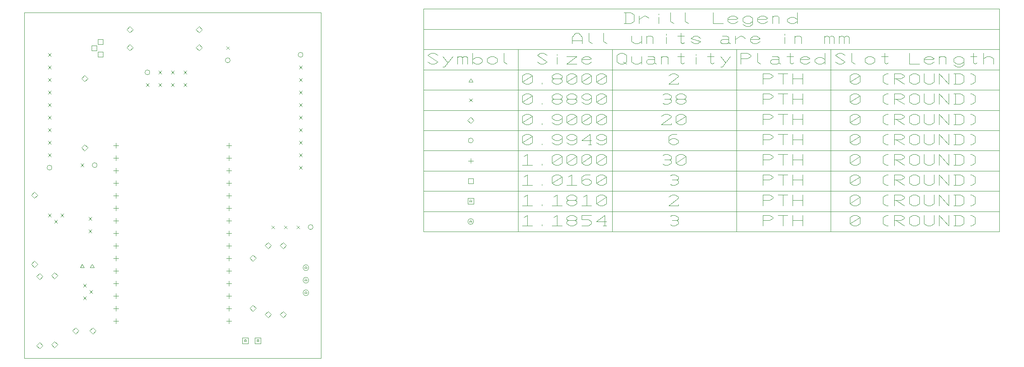
<source format=gbr>
G04 Generated by Ultiboard 14.0 *
%FSLAX34Y34*%
%MOMM*%

%ADD10C,0.0001*%
%ADD11C,0.1000*%
%ADD12C,0.0100*%
%ADD13C,0.0010*%


G04 ColorRGB 000000 for the following layer *
%LNDrill Symbols-Copper Top-Copper Bottom*%
%LPD*%
G54D11*
X185420Y425784D02*
X185420Y435784D01*
X180420Y430784D02*
X190420Y430784D01*
X185420Y400384D02*
X185420Y410384D01*
X180420Y405384D02*
X190420Y405384D01*
X180420Y379984D02*
X190420Y379984D01*
X185420Y374984D02*
X185420Y384984D01*
X180420Y354584D02*
X190420Y354584D01*
X185420Y349584D02*
X185420Y359584D01*
X180420Y329184D02*
X190420Y329184D01*
X185420Y324184D02*
X185420Y334184D01*
X185420Y298784D02*
X185420Y308784D01*
X180420Y303784D02*
X190420Y303784D01*
X185420Y273384D02*
X185420Y283384D01*
X180420Y278384D02*
X190420Y278384D01*
X185420Y247984D02*
X185420Y257984D01*
X180420Y252984D02*
X190420Y252984D01*
X180420Y227584D02*
X190420Y227584D01*
X185420Y222584D02*
X185420Y232584D01*
X180420Y202184D02*
X190420Y202184D01*
X185420Y197184D02*
X185420Y207184D01*
X180420Y176784D02*
X190420Y176784D01*
X185420Y171784D02*
X185420Y181784D01*
X185420Y146384D02*
X185420Y156384D01*
X180420Y151384D02*
X190420Y151384D01*
X185420Y120984D02*
X185420Y130984D01*
X180420Y125984D02*
X190420Y125984D01*
X180420Y100584D02*
X190420Y100584D01*
X185420Y95584D02*
X185420Y105584D01*
X180420Y75184D02*
X190420Y75184D01*
X185420Y70184D02*
X185420Y80184D01*
X409020Y430784D02*
X419020Y430784D01*
X414020Y425784D02*
X414020Y435784D01*
X414020Y400384D02*
X414020Y410384D01*
X409020Y405384D02*
X419020Y405384D01*
X414020Y374984D02*
X414020Y384984D01*
X409020Y379984D02*
X419020Y379984D01*
X409020Y354584D02*
X419020Y354584D01*
X414020Y349584D02*
X414020Y359584D01*
X409020Y329184D02*
X419020Y329184D01*
X414020Y324184D02*
X414020Y334184D01*
X409020Y303784D02*
X419020Y303784D01*
X414020Y298784D02*
X414020Y308784D01*
X414020Y273384D02*
X414020Y283384D01*
X409020Y278384D02*
X419020Y278384D01*
X414020Y247984D02*
X414020Y257984D01*
X409020Y252984D02*
X419020Y252984D01*
X409020Y227584D02*
X419020Y227584D01*
X414020Y222584D02*
X414020Y232584D01*
X409020Y202184D02*
X419020Y202184D01*
X414020Y197184D02*
X414020Y207184D01*
X409020Y176784D02*
X419020Y176784D01*
X414020Y171784D02*
X414020Y181784D01*
X414020Y146384D02*
X414020Y156384D01*
X409020Y151384D02*
X419020Y151384D01*
X414020Y120984D02*
X414020Y130984D01*
X409020Y125984D02*
X419020Y125984D01*
X409020Y100584D02*
X419020Y100584D01*
X414020Y95584D02*
X414020Y105584D01*
X409020Y75184D02*
X419020Y75184D01*
X414020Y70184D02*
X414020Y80184D01*
X148590Y610870D02*
X158750Y610870D01*
X158750Y621030D01*
X148590Y621030D01*
X148590Y610870D01*
X148590Y636270D02*
X158750Y636270D01*
X158750Y646430D01*
X148590Y646430D01*
X148590Y636270D01*
X135890Y623570D02*
X146050Y623570D01*
X146050Y633730D01*
X135890Y633730D01*
X135890Y623570D01*
X563668Y158115D02*
G75*
D01*
G02X563668Y158115I5927J0*
G01*
X567290Y156422D02*
X567290Y158962D01*
X568607Y160655D01*
X569924Y160655D01*
X571241Y158962D01*
X571241Y156422D01*
X567290Y157692D02*
X571241Y157692D01*
X563668Y132715D02*
G75*
D01*
G02X563668Y132715I5927J0*
G01*
X567290Y131022D02*
X567290Y133562D01*
X568607Y135255D01*
X569924Y135255D01*
X571241Y133562D01*
X571241Y131022D01*
X567290Y132292D02*
X571241Y132292D01*
X563668Y183515D02*
G75*
D01*
G02X563668Y183515I5927J0*
G01*
X567290Y181822D02*
X567290Y184362D01*
X568607Y186055D01*
X569924Y186055D01*
X571241Y184362D01*
X571241Y181822D01*
X567290Y183092D02*
X571241Y183092D01*
X466535Y29655D02*
X478345Y29655D01*
X478345Y41465D01*
X466535Y41465D01*
X466535Y29655D01*
X470144Y33873D02*
X470144Y36404D01*
X471456Y38091D01*
X472768Y38091D01*
X474080Y36404D01*
X474080Y33873D01*
X470144Y35138D02*
X474080Y35138D01*
X441135Y29655D02*
X452945Y29655D01*
X452945Y41465D01*
X441135Y41465D01*
X441135Y29655D01*
X444744Y33873D02*
X444744Y36404D01*
X446056Y38091D01*
X447368Y38091D01*
X448680Y36404D01*
X448680Y33873D01*
X444744Y35138D02*
X448680Y35138D01*
X900735Y275347D02*
X900735Y277887D01*
X902052Y279580D01*
X903369Y279580D01*
X904686Y277887D01*
X904686Y275347D01*
X900735Y276617D02*
X904686Y276617D01*
X897113Y277040D02*
G75*
D01*
G02X897113Y277040I5927J0*
G01*
X1010707Y285611D02*
X1017373Y289897D01*
X1017373Y268469D01*
X1007373Y268469D02*
X1027373Y268469D01*
X1047373Y268469D02*
X1047373Y270611D01*
X1070707Y285611D02*
X1077373Y289897D01*
X1077373Y268469D01*
X1067373Y268469D02*
X1087373Y268469D01*
X1110707Y268469D02*
X1104040Y268469D01*
X1097373Y272754D01*
X1097373Y277040D01*
X1100707Y279183D01*
X1097373Y281326D01*
X1097373Y285611D01*
X1104040Y289897D01*
X1110707Y289897D01*
X1117373Y285611D01*
X1117373Y281326D01*
X1114040Y279183D01*
X1117373Y277040D01*
X1117373Y272754D01*
X1110707Y268469D01*
X1100707Y279183D02*
X1114040Y279183D01*
X1147373Y289897D02*
X1127373Y289897D01*
X1127373Y281326D01*
X1140707Y281326D01*
X1147373Y277040D01*
X1147373Y272754D01*
X1140707Y268469D01*
X1127373Y268469D01*
X1177373Y277040D02*
X1157373Y277040D01*
X1174040Y289897D01*
X1174040Y268469D01*
X1170707Y268469D02*
X1177373Y268469D01*
X1306707Y287754D02*
X1310040Y289897D01*
X1316707Y289897D01*
X1323373Y285611D01*
X1323373Y281326D01*
X1320040Y279183D01*
X1323373Y277040D01*
X1323373Y272754D01*
X1316707Y268469D01*
X1310040Y268469D01*
X1306707Y270611D01*
X1310040Y279183D02*
X1320040Y279183D01*
X1494373Y268469D02*
X1494373Y289897D01*
X1507707Y289897D01*
X1514373Y285611D01*
X1514373Y283469D01*
X1507707Y279183D01*
X1494373Y279183D01*
X1534373Y268469D02*
X1534373Y289897D01*
X1524373Y289897D02*
X1544373Y289897D01*
X1554373Y268469D02*
X1554373Y289897D01*
X1574373Y268469D02*
X1574373Y289897D01*
X1554373Y279183D02*
X1574373Y279183D01*
X1670373Y285611D02*
X1677040Y289897D01*
X1683707Y289897D01*
X1690373Y285611D01*
X1690373Y272754D01*
X1683707Y268469D01*
X1677040Y268469D01*
X1670373Y272754D01*
X1670373Y285611D01*
X1690373Y285611D02*
X1670373Y272754D01*
X1747040Y268469D02*
X1743707Y268469D01*
X1737040Y272754D01*
X1737040Y285611D01*
X1743707Y289897D01*
X1747040Y289897D01*
X1760373Y268469D02*
X1760373Y289897D01*
X1773707Y289897D01*
X1780373Y285611D01*
X1780373Y283469D01*
X1773707Y279183D01*
X1760373Y279183D01*
X1763707Y279183D02*
X1780373Y268469D01*
X1790373Y272754D02*
X1797040Y268469D01*
X1803707Y268469D01*
X1810373Y272754D01*
X1810373Y285611D01*
X1803707Y289897D01*
X1797040Y289897D01*
X1790373Y285611D01*
X1790373Y272754D01*
X1820373Y289897D02*
X1820373Y272754D01*
X1827040Y268469D01*
X1833707Y268469D01*
X1840373Y272754D01*
X1840373Y289897D01*
X1850373Y268469D02*
X1850373Y289897D01*
X1870373Y268469D01*
X1870373Y289897D01*
X1880373Y268469D02*
X1893707Y268469D01*
X1900373Y272754D01*
X1900373Y285611D01*
X1893707Y289897D01*
X1880373Y289897D01*
X1883707Y289897D02*
X1883707Y268469D01*
X1913707Y289897D02*
X1917040Y289897D01*
X1923707Y285611D01*
X1923707Y272754D01*
X1917040Y268469D01*
X1913707Y268469D01*
X897135Y312135D02*
X908945Y312135D01*
X908945Y323945D01*
X897135Y323945D01*
X897135Y312135D01*
X900744Y316353D02*
X900744Y318884D01*
X902056Y320571D01*
X903368Y320571D01*
X904680Y318884D01*
X904680Y316353D01*
X900744Y317618D02*
X904680Y317618D01*
X1010707Y326611D02*
X1017373Y330897D01*
X1017373Y309469D01*
X1007373Y309469D02*
X1027373Y309469D01*
X1047373Y309469D02*
X1047373Y311611D01*
X1070707Y326611D02*
X1077373Y330897D01*
X1077373Y309469D01*
X1067373Y309469D02*
X1087373Y309469D01*
X1110707Y309469D02*
X1104040Y309469D01*
X1097373Y313754D01*
X1097373Y318040D01*
X1100707Y320183D01*
X1097373Y322326D01*
X1097373Y326611D01*
X1104040Y330897D01*
X1110707Y330897D01*
X1117373Y326611D01*
X1117373Y322326D01*
X1114040Y320183D01*
X1117373Y318040D01*
X1117373Y313754D01*
X1110707Y309469D01*
X1100707Y320183D02*
X1114040Y320183D01*
X1130707Y326611D02*
X1137373Y330897D01*
X1137373Y309469D01*
X1127373Y309469D02*
X1147373Y309469D01*
X1157373Y326611D02*
X1164040Y330897D01*
X1170707Y330897D01*
X1177373Y326611D01*
X1177373Y313754D01*
X1170707Y309469D01*
X1164040Y309469D01*
X1157373Y313754D01*
X1157373Y326611D01*
X1177373Y326611D02*
X1157373Y313754D01*
X1303373Y326611D02*
X1310040Y330897D01*
X1316707Y330897D01*
X1323373Y326611D01*
X1323373Y324469D01*
X1303373Y309469D01*
X1323373Y309469D01*
X1323373Y311611D01*
X1494373Y309469D02*
X1494373Y330897D01*
X1507707Y330897D01*
X1514373Y326611D01*
X1514373Y324469D01*
X1507707Y320183D01*
X1494373Y320183D01*
X1534373Y309469D02*
X1534373Y330897D01*
X1524373Y330897D02*
X1544373Y330897D01*
X1554373Y309469D02*
X1554373Y330897D01*
X1574373Y309469D02*
X1574373Y330897D01*
X1554373Y320183D02*
X1574373Y320183D01*
X1670373Y326611D02*
X1677040Y330897D01*
X1683707Y330897D01*
X1690373Y326611D01*
X1690373Y313754D01*
X1683707Y309469D01*
X1677040Y309469D01*
X1670373Y313754D01*
X1670373Y326611D01*
X1690373Y326611D02*
X1670373Y313754D01*
X1747040Y309469D02*
X1743707Y309469D01*
X1737040Y313754D01*
X1737040Y326611D01*
X1743707Y330897D01*
X1747040Y330897D01*
X1760373Y309469D02*
X1760373Y330897D01*
X1773707Y330897D01*
X1780373Y326611D01*
X1780373Y324469D01*
X1773707Y320183D01*
X1760373Y320183D01*
X1763707Y320183D02*
X1780373Y309469D01*
X1790373Y313754D02*
X1797040Y309469D01*
X1803707Y309469D01*
X1810373Y313754D01*
X1810373Y326611D01*
X1803707Y330897D01*
X1797040Y330897D01*
X1790373Y326611D01*
X1790373Y313754D01*
X1820373Y330897D02*
X1820373Y313754D01*
X1827040Y309469D01*
X1833707Y309469D01*
X1840373Y313754D01*
X1840373Y330897D01*
X1850373Y309469D02*
X1850373Y330897D01*
X1870373Y309469D01*
X1870373Y330897D01*
X1880373Y309469D02*
X1893707Y309469D01*
X1900373Y313754D01*
X1900373Y326611D01*
X1893707Y330897D01*
X1880373Y330897D01*
X1883707Y330897D02*
X1883707Y309469D01*
X1913707Y330897D02*
X1917040Y330897D01*
X1923707Y326611D01*
X1923707Y313754D01*
X1917040Y309469D01*
X1913707Y309469D01*
X897960Y353960D02*
X908120Y353960D01*
X908120Y364120D01*
X897960Y364120D01*
X897960Y353960D01*
X1010707Y367611D02*
X1017373Y371897D01*
X1017373Y350469D01*
X1007373Y350469D02*
X1027373Y350469D01*
X1047373Y350469D02*
X1047373Y352611D01*
X1067373Y367611D02*
X1074040Y371897D01*
X1080707Y371897D01*
X1087373Y367611D01*
X1087373Y354754D01*
X1080707Y350469D01*
X1074040Y350469D01*
X1067373Y354754D01*
X1067373Y367611D01*
X1087373Y367611D02*
X1067373Y354754D01*
X1100707Y367611D02*
X1107373Y371897D01*
X1107373Y350469D01*
X1097373Y350469D02*
X1117373Y350469D01*
X1144040Y371897D02*
X1134040Y371897D01*
X1127373Y367611D01*
X1127373Y359040D01*
X1127373Y354754D01*
X1134040Y350469D01*
X1140707Y350469D01*
X1147373Y354754D01*
X1147373Y359040D01*
X1140707Y363326D01*
X1134040Y363326D01*
X1127373Y359040D01*
X1157373Y367611D02*
X1164040Y371897D01*
X1170707Y371897D01*
X1177373Y367611D01*
X1177373Y354754D01*
X1170707Y350469D01*
X1164040Y350469D01*
X1157373Y354754D01*
X1157373Y367611D01*
X1177373Y367611D02*
X1157373Y354754D01*
X1306707Y369754D02*
X1310040Y371897D01*
X1316707Y371897D01*
X1323373Y367611D01*
X1323373Y363326D01*
X1320040Y361183D01*
X1323373Y359040D01*
X1323373Y354754D01*
X1316707Y350469D01*
X1310040Y350469D01*
X1306707Y352611D01*
X1310040Y361183D02*
X1320040Y361183D01*
X1494373Y350469D02*
X1494373Y371897D01*
X1507707Y371897D01*
X1514373Y367611D01*
X1514373Y365469D01*
X1507707Y361183D01*
X1494373Y361183D01*
X1534373Y350469D02*
X1534373Y371897D01*
X1524373Y371897D02*
X1544373Y371897D01*
X1554373Y350469D02*
X1554373Y371897D01*
X1574373Y350469D02*
X1574373Y371897D01*
X1554373Y361183D02*
X1574373Y361183D01*
X1670373Y367611D02*
X1677040Y371897D01*
X1683707Y371897D01*
X1690373Y367611D01*
X1690373Y354754D01*
X1683707Y350469D01*
X1677040Y350469D01*
X1670373Y354754D01*
X1670373Y367611D01*
X1690373Y367611D02*
X1670373Y354754D01*
X1747040Y350469D02*
X1743707Y350469D01*
X1737040Y354754D01*
X1737040Y367611D01*
X1743707Y371897D01*
X1747040Y371897D01*
X1760373Y350469D02*
X1760373Y371897D01*
X1773707Y371897D01*
X1780373Y367611D01*
X1780373Y365469D01*
X1773707Y361183D01*
X1760373Y361183D01*
X1763707Y361183D02*
X1780373Y350469D01*
X1790373Y354754D02*
X1797040Y350469D01*
X1803707Y350469D01*
X1810373Y354754D01*
X1810373Y367611D01*
X1803707Y371897D01*
X1797040Y371897D01*
X1790373Y367611D01*
X1790373Y354754D01*
X1820373Y371897D02*
X1820373Y354754D01*
X1827040Y350469D01*
X1833707Y350469D01*
X1840373Y354754D01*
X1840373Y371897D01*
X1850373Y350469D02*
X1850373Y371897D01*
X1870373Y350469D01*
X1870373Y371897D01*
X1880373Y350469D02*
X1893707Y350469D01*
X1900373Y354754D01*
X1900373Y367611D01*
X1893707Y371897D01*
X1880373Y371897D01*
X1883707Y371897D02*
X1883707Y350469D01*
X1913707Y371897D02*
X1917040Y371897D01*
X1923707Y367611D01*
X1923707Y354754D01*
X1917040Y350469D01*
X1913707Y350469D01*
X903040Y395040D02*
X903040Y405040D01*
X898040Y400040D02*
X908040Y400040D01*
X1010707Y408611D02*
X1017373Y412897D01*
X1017373Y391469D01*
X1007373Y391469D02*
X1027373Y391469D01*
X1047373Y391469D02*
X1047373Y393611D01*
X1067373Y408611D02*
X1074040Y412897D01*
X1080707Y412897D01*
X1087373Y408611D01*
X1087373Y395754D01*
X1080707Y391469D01*
X1074040Y391469D01*
X1067373Y395754D01*
X1067373Y408611D01*
X1087373Y408611D02*
X1067373Y395754D01*
X1097373Y408611D02*
X1104040Y412897D01*
X1110707Y412897D01*
X1117373Y408611D01*
X1117373Y395754D01*
X1110707Y391469D01*
X1104040Y391469D01*
X1097373Y395754D01*
X1097373Y408611D01*
X1117373Y408611D02*
X1097373Y395754D01*
X1127373Y408611D02*
X1134040Y412897D01*
X1140707Y412897D01*
X1147373Y408611D01*
X1147373Y395754D01*
X1140707Y391469D01*
X1134040Y391469D01*
X1127373Y395754D01*
X1127373Y408611D01*
X1147373Y408611D02*
X1127373Y395754D01*
X1157373Y408611D02*
X1164040Y412897D01*
X1170707Y412897D01*
X1177373Y408611D01*
X1177373Y395754D01*
X1170707Y391469D01*
X1164040Y391469D01*
X1157373Y395754D01*
X1157373Y408611D01*
X1177373Y408611D02*
X1157373Y395754D01*
X1291707Y410754D02*
X1295040Y412897D01*
X1301707Y412897D01*
X1308373Y408611D01*
X1308373Y404326D01*
X1305040Y402183D01*
X1308373Y400040D01*
X1308373Y395754D01*
X1301707Y391469D01*
X1295040Y391469D01*
X1291707Y393611D01*
X1295040Y402183D02*
X1305040Y402183D01*
X1318373Y408611D02*
X1325040Y412897D01*
X1331707Y412897D01*
X1338373Y408611D01*
X1338373Y395754D01*
X1331707Y391469D01*
X1325040Y391469D01*
X1318373Y395754D01*
X1318373Y408611D01*
X1338373Y408611D02*
X1318373Y395754D01*
X1494373Y391469D02*
X1494373Y412897D01*
X1507707Y412897D01*
X1514373Y408611D01*
X1514373Y406469D01*
X1507707Y402183D01*
X1494373Y402183D01*
X1534373Y391469D02*
X1534373Y412897D01*
X1524373Y412897D02*
X1544373Y412897D01*
X1554373Y391469D02*
X1554373Y412897D01*
X1574373Y391469D02*
X1574373Y412897D01*
X1554373Y402183D02*
X1574373Y402183D01*
X1670373Y408611D02*
X1677040Y412897D01*
X1683707Y412897D01*
X1690373Y408611D01*
X1690373Y395754D01*
X1683707Y391469D01*
X1677040Y391469D01*
X1670373Y395754D01*
X1670373Y408611D01*
X1690373Y408611D02*
X1670373Y395754D01*
X1747040Y391469D02*
X1743707Y391469D01*
X1737040Y395754D01*
X1737040Y408611D01*
X1743707Y412897D01*
X1747040Y412897D01*
X1760373Y391469D02*
X1760373Y412897D01*
X1773707Y412897D01*
X1780373Y408611D01*
X1780373Y406469D01*
X1773707Y402183D01*
X1760373Y402183D01*
X1763707Y402183D02*
X1780373Y391469D01*
X1790373Y395754D02*
X1797040Y391469D01*
X1803707Y391469D01*
X1810373Y395754D01*
X1810373Y408611D01*
X1803707Y412897D01*
X1797040Y412897D01*
X1790373Y408611D01*
X1790373Y395754D01*
X1820373Y412897D02*
X1820373Y395754D01*
X1827040Y391469D01*
X1833707Y391469D01*
X1840373Y395754D01*
X1840373Y412897D01*
X1850373Y391469D02*
X1850373Y412897D01*
X1870373Y391469D01*
X1870373Y412897D01*
X1880373Y391469D02*
X1893707Y391469D01*
X1900373Y395754D01*
X1900373Y408611D01*
X1893707Y412897D01*
X1880373Y412897D01*
X1883707Y412897D02*
X1883707Y391469D01*
X1913707Y412897D02*
X1917040Y412897D01*
X1923707Y408611D01*
X1923707Y395754D01*
X1917040Y391469D01*
X1913707Y391469D01*
X1007373Y449611D02*
X1014040Y453897D01*
X1020707Y453897D01*
X1027373Y449611D01*
X1027373Y436754D01*
X1020707Y432469D01*
X1014040Y432469D01*
X1007373Y436754D01*
X1007373Y449611D01*
X1027373Y449611D02*
X1007373Y436754D01*
X1047373Y432469D02*
X1047373Y434611D01*
X1067373Y436754D02*
X1074040Y432469D01*
X1080707Y432469D01*
X1087373Y436754D01*
X1087373Y445326D01*
X1087373Y449611D01*
X1080707Y453897D01*
X1074040Y453897D01*
X1067373Y449611D01*
X1067373Y445326D01*
X1074040Y441040D01*
X1080707Y441040D01*
X1087373Y445326D01*
X1097373Y436754D02*
X1104040Y432469D01*
X1110707Y432469D01*
X1117373Y436754D01*
X1117373Y445326D01*
X1117373Y449611D01*
X1110707Y453897D01*
X1104040Y453897D01*
X1097373Y449611D01*
X1097373Y445326D01*
X1104040Y441040D01*
X1110707Y441040D01*
X1117373Y445326D01*
X1147373Y441040D02*
X1127373Y441040D01*
X1144040Y453897D01*
X1144040Y432469D01*
X1140707Y432469D02*
X1147373Y432469D01*
X1157373Y436754D02*
X1164040Y432469D01*
X1170707Y432469D01*
X1177373Y436754D01*
X1177373Y445326D01*
X1177373Y449611D01*
X1170707Y453897D01*
X1164040Y453897D01*
X1157373Y449611D01*
X1157373Y445326D01*
X1164040Y441040D01*
X1170707Y441040D01*
X1177373Y445326D01*
X1320040Y453897D02*
X1310040Y453897D01*
X1303373Y449611D01*
X1303373Y441040D01*
X1303373Y436754D01*
X1310040Y432469D01*
X1316707Y432469D01*
X1323373Y436754D01*
X1323373Y441040D01*
X1316707Y445326D01*
X1310040Y445326D01*
X1303373Y441040D01*
X1494373Y432469D02*
X1494373Y453897D01*
X1507707Y453897D01*
X1514373Y449611D01*
X1514373Y447469D01*
X1507707Y443183D01*
X1494373Y443183D01*
X1534373Y432469D02*
X1534373Y453897D01*
X1524373Y453897D02*
X1544373Y453897D01*
X1554373Y432469D02*
X1554373Y453897D01*
X1574373Y432469D02*
X1574373Y453897D01*
X1554373Y443183D02*
X1574373Y443183D01*
X1670373Y449611D02*
X1677040Y453897D01*
X1683707Y453897D01*
X1690373Y449611D01*
X1690373Y436754D01*
X1683707Y432469D01*
X1677040Y432469D01*
X1670373Y436754D01*
X1670373Y449611D01*
X1690373Y449611D02*
X1670373Y436754D01*
X1747040Y432469D02*
X1743707Y432469D01*
X1737040Y436754D01*
X1737040Y449611D01*
X1743707Y453897D01*
X1747040Y453897D01*
X1760373Y432469D02*
X1760373Y453897D01*
X1773707Y453897D01*
X1780373Y449611D01*
X1780373Y447469D01*
X1773707Y443183D01*
X1760373Y443183D01*
X1763707Y443183D02*
X1780373Y432469D01*
X1790373Y436754D02*
X1797040Y432469D01*
X1803707Y432469D01*
X1810373Y436754D01*
X1810373Y449611D01*
X1803707Y453897D01*
X1797040Y453897D01*
X1790373Y449611D01*
X1790373Y436754D01*
X1820373Y453897D02*
X1820373Y436754D01*
X1827040Y432469D01*
X1833707Y432469D01*
X1840373Y436754D01*
X1840373Y453897D01*
X1850373Y432469D02*
X1850373Y453897D01*
X1870373Y432469D01*
X1870373Y453897D01*
X1880373Y432469D02*
X1893707Y432469D01*
X1900373Y436754D01*
X1900373Y449611D01*
X1893707Y453897D01*
X1880373Y453897D01*
X1883707Y453897D02*
X1883707Y432469D01*
X1913707Y453897D02*
X1917040Y453897D01*
X1923707Y449611D01*
X1923707Y436754D01*
X1917040Y432469D01*
X1913707Y432469D01*
X1007373Y490611D02*
X1014040Y494897D01*
X1020707Y494897D01*
X1027373Y490611D01*
X1027373Y477754D01*
X1020707Y473469D01*
X1014040Y473469D01*
X1007373Y477754D01*
X1007373Y490611D01*
X1027373Y490611D02*
X1007373Y477754D01*
X1047373Y473469D02*
X1047373Y475611D01*
X1067373Y477754D02*
X1074040Y473469D01*
X1080707Y473469D01*
X1087373Y477754D01*
X1087373Y486326D01*
X1087373Y490611D01*
X1080707Y494897D01*
X1074040Y494897D01*
X1067373Y490611D01*
X1067373Y486326D01*
X1074040Y482040D01*
X1080707Y482040D01*
X1087373Y486326D01*
X1097373Y490611D02*
X1104040Y494897D01*
X1110707Y494897D01*
X1117373Y490611D01*
X1117373Y477754D01*
X1110707Y473469D01*
X1104040Y473469D01*
X1097373Y477754D01*
X1097373Y490611D01*
X1117373Y490611D02*
X1097373Y477754D01*
X1127373Y490611D02*
X1134040Y494897D01*
X1140707Y494897D01*
X1147373Y490611D01*
X1147373Y477754D01*
X1140707Y473469D01*
X1134040Y473469D01*
X1127373Y477754D01*
X1127373Y490611D01*
X1147373Y490611D02*
X1127373Y477754D01*
X1157373Y490611D02*
X1164040Y494897D01*
X1170707Y494897D01*
X1177373Y490611D01*
X1177373Y477754D01*
X1170707Y473469D01*
X1164040Y473469D01*
X1157373Y477754D01*
X1157373Y490611D01*
X1177373Y490611D02*
X1157373Y477754D01*
X1288373Y490611D02*
X1295040Y494897D01*
X1301707Y494897D01*
X1308373Y490611D01*
X1308373Y488469D01*
X1288373Y473469D01*
X1308373Y473469D01*
X1308373Y475611D01*
X1318373Y490611D02*
X1325040Y494897D01*
X1331707Y494897D01*
X1338373Y490611D01*
X1338373Y477754D01*
X1331707Y473469D01*
X1325040Y473469D01*
X1318373Y477754D01*
X1318373Y490611D01*
X1338373Y490611D02*
X1318373Y477754D01*
X1494373Y473469D02*
X1494373Y494897D01*
X1507707Y494897D01*
X1514373Y490611D01*
X1514373Y488469D01*
X1507707Y484183D01*
X1494373Y484183D01*
X1534373Y473469D02*
X1534373Y494897D01*
X1524373Y494897D02*
X1544373Y494897D01*
X1554373Y473469D02*
X1554373Y494897D01*
X1574373Y473469D02*
X1574373Y494897D01*
X1554373Y484183D02*
X1574373Y484183D01*
X1670373Y490611D02*
X1677040Y494897D01*
X1683707Y494897D01*
X1690373Y490611D01*
X1690373Y477754D01*
X1683707Y473469D01*
X1677040Y473469D01*
X1670373Y477754D01*
X1670373Y490611D01*
X1690373Y490611D02*
X1670373Y477754D01*
X1747040Y473469D02*
X1743707Y473469D01*
X1737040Y477754D01*
X1737040Y490611D01*
X1743707Y494897D01*
X1747040Y494897D01*
X1760373Y473469D02*
X1760373Y494897D01*
X1773707Y494897D01*
X1780373Y490611D01*
X1780373Y488469D01*
X1773707Y484183D01*
X1760373Y484183D01*
X1763707Y484183D02*
X1780373Y473469D01*
X1790373Y477754D02*
X1797040Y473469D01*
X1803707Y473469D01*
X1810373Y477754D01*
X1810373Y490611D01*
X1803707Y494897D01*
X1797040Y494897D01*
X1790373Y490611D01*
X1790373Y477754D01*
X1820373Y494897D02*
X1820373Y477754D01*
X1827040Y473469D01*
X1833707Y473469D01*
X1840373Y477754D01*
X1840373Y494897D01*
X1850373Y473469D02*
X1850373Y494897D01*
X1870373Y473469D01*
X1870373Y494897D01*
X1880373Y473469D02*
X1893707Y473469D01*
X1900373Y477754D01*
X1900373Y490611D01*
X1893707Y494897D01*
X1880373Y494897D01*
X1883707Y494897D02*
X1883707Y473469D01*
X1913707Y494897D02*
X1917040Y494897D01*
X1923707Y490611D01*
X1923707Y477754D01*
X1917040Y473469D01*
X1913707Y473469D01*
X1007373Y531611D02*
X1014040Y535897D01*
X1020707Y535897D01*
X1027373Y531611D01*
X1027373Y518754D01*
X1020707Y514469D01*
X1014040Y514469D01*
X1007373Y518754D01*
X1007373Y531611D01*
X1027373Y531611D02*
X1007373Y518754D01*
X1047373Y514469D02*
X1047373Y516611D01*
X1080707Y514469D02*
X1074040Y514469D01*
X1067373Y518754D01*
X1067373Y523040D01*
X1070707Y525183D01*
X1067373Y527326D01*
X1067373Y531611D01*
X1074040Y535897D01*
X1080707Y535897D01*
X1087373Y531611D01*
X1087373Y527326D01*
X1084040Y525183D01*
X1087373Y523040D01*
X1087373Y518754D01*
X1080707Y514469D01*
X1070707Y525183D02*
X1084040Y525183D01*
X1110707Y514469D02*
X1104040Y514469D01*
X1097373Y518754D01*
X1097373Y523040D01*
X1100707Y525183D01*
X1097373Y527326D01*
X1097373Y531611D01*
X1104040Y535897D01*
X1110707Y535897D01*
X1117373Y531611D01*
X1117373Y527326D01*
X1114040Y525183D01*
X1117373Y523040D01*
X1117373Y518754D01*
X1110707Y514469D01*
X1100707Y525183D02*
X1114040Y525183D01*
X1127373Y518754D02*
X1134040Y514469D01*
X1140707Y514469D01*
X1147373Y518754D01*
X1147373Y527326D01*
X1147373Y531611D01*
X1140707Y535897D01*
X1134040Y535897D01*
X1127373Y531611D01*
X1127373Y527326D01*
X1134040Y523040D01*
X1140707Y523040D01*
X1147373Y527326D01*
X1157373Y531611D02*
X1164040Y535897D01*
X1170707Y535897D01*
X1177373Y531611D01*
X1177373Y518754D01*
X1170707Y514469D01*
X1164040Y514469D01*
X1157373Y518754D01*
X1157373Y531611D01*
X1177373Y531611D02*
X1157373Y518754D01*
X1291707Y533754D02*
X1295040Y535897D01*
X1301707Y535897D01*
X1308373Y531611D01*
X1308373Y527326D01*
X1305040Y525183D01*
X1308373Y523040D01*
X1308373Y518754D01*
X1301707Y514469D01*
X1295040Y514469D01*
X1291707Y516611D01*
X1295040Y525183D02*
X1305040Y525183D01*
X1331707Y514469D02*
X1325040Y514469D01*
X1318373Y518754D01*
X1318373Y523040D01*
X1321707Y525183D01*
X1318373Y527326D01*
X1318373Y531611D01*
X1325040Y535897D01*
X1331707Y535897D01*
X1338373Y531611D01*
X1338373Y527326D01*
X1335040Y525183D01*
X1338373Y523040D01*
X1338373Y518754D01*
X1331707Y514469D01*
X1321707Y525183D02*
X1335040Y525183D01*
X1494373Y514469D02*
X1494373Y535897D01*
X1507707Y535897D01*
X1514373Y531611D01*
X1514373Y529469D01*
X1507707Y525183D01*
X1494373Y525183D01*
X1534373Y514469D02*
X1534373Y535897D01*
X1524373Y535897D02*
X1544373Y535897D01*
X1554373Y514469D02*
X1554373Y535897D01*
X1574373Y514469D02*
X1574373Y535897D01*
X1554373Y525183D02*
X1574373Y525183D01*
X1670373Y531611D02*
X1677040Y535897D01*
X1683707Y535897D01*
X1690373Y531611D01*
X1690373Y518754D01*
X1683707Y514469D01*
X1677040Y514469D01*
X1670373Y518754D01*
X1670373Y531611D01*
X1690373Y531611D02*
X1670373Y518754D01*
X1747040Y514469D02*
X1743707Y514469D01*
X1737040Y518754D01*
X1737040Y531611D01*
X1743707Y535897D01*
X1747040Y535897D01*
X1760373Y514469D02*
X1760373Y535897D01*
X1773707Y535897D01*
X1780373Y531611D01*
X1780373Y529469D01*
X1773707Y525183D01*
X1760373Y525183D01*
X1763707Y525183D02*
X1780373Y514469D01*
X1790373Y518754D02*
X1797040Y514469D01*
X1803707Y514469D01*
X1810373Y518754D01*
X1810373Y531611D01*
X1803707Y535897D01*
X1797040Y535897D01*
X1790373Y531611D01*
X1790373Y518754D01*
X1820373Y535897D02*
X1820373Y518754D01*
X1827040Y514469D01*
X1833707Y514469D01*
X1840373Y518754D01*
X1840373Y535897D01*
X1850373Y514469D02*
X1850373Y535897D01*
X1870373Y514469D01*
X1870373Y535897D01*
X1880373Y514469D02*
X1893707Y514469D01*
X1900373Y518754D01*
X1900373Y531611D01*
X1893707Y535897D01*
X1880373Y535897D01*
X1883707Y535897D02*
X1883707Y514469D01*
X1913707Y535897D02*
X1917040Y535897D01*
X1923707Y531611D01*
X1923707Y518754D01*
X1917040Y514469D01*
X1913707Y514469D01*
X1007373Y572611D02*
X1014040Y576897D01*
X1020707Y576897D01*
X1027373Y572611D01*
X1027373Y559754D01*
X1020707Y555469D01*
X1014040Y555469D01*
X1007373Y559754D01*
X1007373Y572611D01*
X1027373Y572611D02*
X1007373Y559754D01*
X1047373Y555469D02*
X1047373Y557611D01*
X1080707Y555469D02*
X1074040Y555469D01*
X1067373Y559754D01*
X1067373Y564040D01*
X1070707Y566183D01*
X1067373Y568326D01*
X1067373Y572611D01*
X1074040Y576897D01*
X1080707Y576897D01*
X1087373Y572611D01*
X1087373Y568326D01*
X1084040Y566183D01*
X1087373Y564040D01*
X1087373Y559754D01*
X1080707Y555469D01*
X1070707Y566183D02*
X1084040Y566183D01*
X1097373Y572611D02*
X1104040Y576897D01*
X1110707Y576897D01*
X1117373Y572611D01*
X1117373Y559754D01*
X1110707Y555469D01*
X1104040Y555469D01*
X1097373Y559754D01*
X1097373Y572611D01*
X1117373Y572611D02*
X1097373Y559754D01*
X1127373Y572611D02*
X1134040Y576897D01*
X1140707Y576897D01*
X1147373Y572611D01*
X1147373Y559754D01*
X1140707Y555469D01*
X1134040Y555469D01*
X1127373Y559754D01*
X1127373Y572611D01*
X1147373Y572611D02*
X1127373Y559754D01*
X1157373Y572611D02*
X1164040Y576897D01*
X1170707Y576897D01*
X1177373Y572611D01*
X1177373Y559754D01*
X1170707Y555469D01*
X1164040Y555469D01*
X1157373Y559754D01*
X1157373Y572611D01*
X1177373Y572611D02*
X1157373Y559754D01*
X1303373Y572611D02*
X1310040Y576897D01*
X1316707Y576897D01*
X1323373Y572611D01*
X1323373Y570469D01*
X1303373Y555469D01*
X1323373Y555469D01*
X1323373Y557611D01*
X1494373Y555469D02*
X1494373Y576897D01*
X1507707Y576897D01*
X1514373Y572611D01*
X1514373Y570469D01*
X1507707Y566183D01*
X1494373Y566183D01*
X1534373Y555469D02*
X1534373Y576897D01*
X1524373Y576897D02*
X1544373Y576897D01*
X1554373Y555469D02*
X1554373Y576897D01*
X1574373Y555469D02*
X1574373Y576897D01*
X1554373Y566183D02*
X1574373Y566183D01*
X1670373Y572611D02*
X1677040Y576897D01*
X1683707Y576897D01*
X1690373Y572611D01*
X1690373Y559754D01*
X1683707Y555469D01*
X1677040Y555469D01*
X1670373Y559754D01*
X1670373Y572611D01*
X1690373Y572611D02*
X1670373Y559754D01*
X1747040Y555469D02*
X1743707Y555469D01*
X1737040Y559754D01*
X1737040Y572611D01*
X1743707Y576897D01*
X1747040Y576897D01*
X1760373Y555469D02*
X1760373Y576897D01*
X1773707Y576897D01*
X1780373Y572611D01*
X1780373Y570469D01*
X1773707Y566183D01*
X1760373Y566183D01*
X1763707Y566183D02*
X1780373Y555469D01*
X1790373Y559754D02*
X1797040Y555469D01*
X1803707Y555469D01*
X1810373Y559754D01*
X1810373Y572611D01*
X1803707Y576897D01*
X1797040Y576897D01*
X1790373Y572611D01*
X1790373Y559754D01*
X1820373Y576897D02*
X1820373Y559754D01*
X1827040Y555469D01*
X1833707Y555469D01*
X1840373Y559754D01*
X1840373Y576897D01*
X1850373Y555469D02*
X1850373Y576897D01*
X1870373Y555469D01*
X1870373Y576897D01*
X1880373Y555469D02*
X1893707Y555469D01*
X1900373Y559754D01*
X1900373Y572611D01*
X1893707Y576897D01*
X1880373Y576897D01*
X1883707Y576897D02*
X1883707Y555469D01*
X1913707Y576897D02*
X1917040Y576897D01*
X1923707Y572611D01*
X1923707Y559754D01*
X1917040Y555469D01*
X1913707Y555469D01*
G54D12*
X47657Y459137D02*
X53943Y465423D01*
X47657Y465423D02*
X53943Y459137D01*
X45825Y386080D02*
G75*
D01*
G02X45825Y386080I4975J0*
G01*
X47657Y433737D02*
X53943Y440023D01*
X47657Y440023D02*
X53943Y433737D01*
X47657Y414623D02*
X53943Y408337D01*
X47657Y408337D02*
X53943Y414623D01*
X47657Y516223D02*
X53943Y509937D01*
X47657Y509937D02*
X53943Y516223D01*
X47657Y490823D02*
X53943Y484537D01*
X47657Y484537D02*
X53943Y490823D01*
X47657Y541623D02*
X53943Y535337D01*
X47657Y535337D02*
X53943Y541623D01*
X47657Y592423D02*
X53943Y586137D01*
X47657Y586137D02*
X53943Y592423D01*
X47657Y567023D02*
X53943Y560737D01*
X47657Y560737D02*
X53943Y567023D01*
X47657Y617823D02*
X53943Y611537D01*
X47657Y611537D02*
X53943Y617823D01*
X555657Y541623D02*
X561943Y535337D01*
X555657Y535337D02*
X561943Y541623D01*
X553825Y614680D02*
G75*
D01*
G02X553825Y614680I4975J0*
G01*
X555657Y567023D02*
X561943Y560737D01*
X555657Y560737D02*
X561943Y567023D01*
X555657Y592423D02*
X561943Y586137D01*
X555657Y586137D02*
X561943Y592423D01*
X555657Y490823D02*
X561943Y484537D01*
X555657Y484537D02*
X561943Y490823D01*
X555657Y516223D02*
X561943Y509937D01*
X555657Y509937D02*
X561943Y516223D01*
X555657Y465423D02*
X561943Y459137D01*
X555657Y459137D02*
X561943Y465423D01*
X555657Y414623D02*
X561943Y408337D01*
X555657Y408337D02*
X561943Y414623D01*
X555657Y440023D02*
X561943Y433737D01*
X555657Y433737D02*
X561943Y440023D01*
X555657Y389223D02*
X561943Y382937D01*
X555657Y382937D02*
X561943Y389223D01*
X296577Y582263D02*
X302863Y575977D01*
X296577Y575977D02*
X302863Y582263D01*
X296577Y556863D02*
X302863Y550577D01*
X296577Y550577D02*
X302863Y556863D01*
X271177Y582263D02*
X277463Y575977D01*
X271177Y575977D02*
X277463Y582263D01*
X243945Y579120D02*
G75*
D01*
G02X243945Y579120I4975J0*
G01*
X271177Y556863D02*
X277463Y550577D01*
X271177Y550577D02*
X277463Y556863D01*
X245777Y556863D02*
X252063Y550577D01*
X245777Y550577D02*
X252063Y556863D01*
X321977Y582263D02*
X328263Y575977D01*
X321977Y575977D02*
X328263Y582263D01*
X321977Y556863D02*
X328263Y550577D01*
X321977Y550577D02*
X328263Y556863D01*
X406505Y603504D02*
G75*
D01*
G02X406505Y603504I4975J0*
G01*
X408337Y632047D02*
X414623Y625761D01*
X408337Y625761D02*
X414623Y632047D01*
X121920Y560356D02*
X128284Y566720D01*
X121920Y573084D01*
X115556Y566720D01*
X121920Y560356D01*
X121920Y420356D02*
X128284Y426720D01*
X121920Y433084D01*
X115556Y426720D01*
X121920Y420356D01*
X20320Y324210D02*
X26684Y330574D01*
X20320Y336938D01*
X13956Y330574D01*
X20320Y324210D01*
X20320Y184210D02*
X26684Y190574D01*
X20320Y196938D01*
X13956Y190574D01*
X20320Y184210D01*
X30748Y159318D02*
X37112Y165682D01*
X30748Y172046D01*
X24384Y165682D01*
X30748Y159318D01*
X30748Y19318D02*
X37112Y25682D01*
X30748Y32046D01*
X24384Y25682D01*
X30748Y19318D01*
X60960Y21276D02*
X67324Y27640D01*
X60960Y34004D01*
X54596Y27640D01*
X60960Y21276D01*
X60960Y161276D02*
X67324Y167640D01*
X60960Y174004D01*
X54596Y167640D01*
X60960Y161276D01*
X73057Y292703D02*
X79343Y286417D01*
X73057Y286417D02*
X79343Y292703D01*
X47657Y292703D02*
X53943Y286417D01*
X47657Y286417D02*
X53943Y292703D01*
X60357Y280003D02*
X66643Y273717D01*
X60357Y273717D02*
X66643Y280003D01*
X132840Y183960D02*
X140840Y183960D01*
X136840Y190788D01*
X132840Y183960D01*
X112840Y183960D02*
X120840Y183960D01*
X116840Y190788D01*
X112840Y183960D01*
X118777Y150463D02*
X125063Y144177D01*
X118777Y144177D02*
X125063Y150463D01*
X118777Y125063D02*
X125063Y118777D01*
X118777Y118777D02*
X125063Y125063D01*
X131477Y137763D02*
X137763Y131477D01*
X131477Y131477D02*
X137763Y137763D01*
X353453Y659562D02*
X359817Y665926D01*
X353453Y672290D01*
X347089Y665926D01*
X353453Y659562D01*
X213453Y659562D02*
X219817Y665926D01*
X213453Y672290D01*
X207089Y665926D01*
X213453Y659562D01*
X353453Y623062D02*
X359817Y629426D01*
X353453Y635790D01*
X347089Y629426D01*
X353453Y623062D01*
X213453Y623062D02*
X219817Y629426D01*
X213453Y635790D01*
X207089Y629426D01*
X213453Y623062D01*
X525177Y262541D02*
X531463Y268827D01*
X525177Y268827D02*
X531463Y262541D01*
X550577Y268827D02*
X556863Y262541D01*
X550577Y262541D02*
X556863Y268827D01*
X574145Y265684D02*
G75*
D01*
G02X574145Y265684I4975J0*
G01*
X499777Y262541D02*
X506063Y268827D01*
X499777Y268827D02*
X506063Y262541D01*
X523540Y222236D02*
X529904Y228600D01*
X523540Y234964D01*
X517176Y228600D01*
X523540Y222236D01*
X523540Y82236D02*
X529904Y88600D01*
X523540Y94964D01*
X517176Y88600D01*
X523540Y82236D01*
X493060Y222236D02*
X499424Y228600D01*
X493060Y234964D01*
X486696Y228600D01*
X493060Y222236D01*
X493060Y82236D02*
X499424Y88600D01*
X493060Y94964D01*
X486696Y88600D01*
X493060Y82236D01*
X103555Y49516D02*
X109919Y55880D01*
X103555Y62244D01*
X97191Y55880D01*
X103555Y49516D01*
X138555Y49516D02*
X144919Y55880D01*
X138555Y62244D01*
X132191Y55880D01*
X138555Y49516D01*
X130059Y254138D02*
X136345Y260424D01*
X130059Y260424D02*
X136345Y254138D01*
X130059Y279538D02*
X136345Y285824D01*
X130059Y285824D02*
X136345Y279538D01*
X462280Y196836D02*
X468644Y203200D01*
X462280Y209564D01*
X455916Y203200D01*
X462280Y196836D01*
X462280Y95236D02*
X468644Y101600D01*
X462280Y107964D01*
X455916Y101600D01*
X462280Y95236D01*
X137265Y391160D02*
G75*
D01*
G02X137265Y391160I4975J0*
G01*
X113697Y388017D02*
X119983Y394303D01*
X113697Y394303D02*
X119983Y388017D01*
X898065Y441040D02*
G75*
D01*
G02X898065Y441040I4975J0*
G01*
X903040Y475676D02*
X909404Y482040D01*
X903040Y488404D01*
X896676Y482040D01*
X903040Y475676D01*
X899897Y526183D02*
X906183Y519897D01*
X899897Y519897D02*
X906183Y526183D01*
X899040Y560040D02*
X907040Y560040D01*
X903040Y566868D01*
X899040Y560040D01*
G04 ColorRGB 00FFFF for the following layer *
%LNBoard Outline*%
%LPD*%
G54D10*
G54D13*
X0Y0D02*
X600000Y0D01*
X600000Y700000D01*
X0Y700000D01*
X0Y0D01*
X600000Y0D01*
X600000Y700000D01*
X0Y700000D01*
X0Y0D01*
G04 ColorRGB 66FFCC for the following layer *
%LNLegend Description*%
%LPD*%
G54D11*
X807540Y256540D02*
X1972540Y256540D01*
X1972540Y707540D01*
X807540Y707540D01*
X807540Y256540D01*
X998540Y625540D02*
X998540Y256540D01*
X1189540Y625540D02*
X1189540Y256540D01*
X1440540Y625540D02*
X1440540Y256540D01*
X1631540Y625540D02*
X1631540Y256540D01*
X1972540Y625540D02*
X1972540Y256540D01*
X807540Y297540D02*
X1972540Y297540D01*
X807540Y338540D02*
X1972540Y338540D01*
X807540Y379540D02*
X1972540Y379540D01*
X807540Y420540D02*
X1972540Y420540D01*
X807540Y461540D02*
X1972540Y461540D01*
X807540Y502540D02*
X1972540Y502540D01*
X807540Y543540D02*
X1972540Y543540D01*
X816373Y600754D02*
X823040Y596469D01*
X829707Y596469D01*
X836373Y600754D01*
X816373Y613611D01*
X823040Y617897D01*
X829707Y617897D01*
X836373Y613611D01*
X846373Y590040D02*
X849707Y590040D01*
X866373Y611469D01*
X846373Y611469D02*
X856373Y598611D01*
X876373Y596469D02*
X876373Y609326D01*
X876373Y611469D01*
X876373Y609326D02*
X879707Y611469D01*
X883040Y611469D01*
X886373Y609326D01*
X889707Y611469D01*
X893040Y611469D01*
X896373Y609326D01*
X896373Y596469D01*
X886373Y609326D02*
X886373Y596469D01*
X906373Y600754D02*
X913040Y596469D01*
X919707Y596469D01*
X926373Y600754D01*
X926373Y605040D01*
X919707Y609326D01*
X913040Y609326D01*
X906373Y605040D01*
X906373Y617897D02*
X906373Y596469D01*
X936373Y600754D02*
X943040Y596469D01*
X949707Y596469D01*
X956373Y600754D01*
X956373Y607183D01*
X949707Y611469D01*
X943040Y611469D01*
X936373Y607183D01*
X936373Y600754D01*
X969707Y617897D02*
X969707Y600754D01*
X976373Y596469D01*
X807540Y584540D02*
X1972540Y584540D01*
X1037373Y600754D02*
X1044040Y596469D01*
X1050707Y596469D01*
X1057373Y600754D01*
X1037373Y613611D01*
X1044040Y617897D01*
X1050707Y617897D01*
X1057373Y613611D01*
X1077373Y596469D02*
X1077373Y609326D01*
X1077373Y613611D02*
X1077373Y615754D01*
X1097373Y611469D02*
X1117373Y611469D01*
X1097373Y596469D01*
X1117373Y596469D01*
X1147373Y600754D02*
X1140707Y596469D01*
X1134040Y596469D01*
X1127373Y600754D01*
X1127373Y607183D01*
X1134040Y611469D01*
X1140707Y611469D01*
X1147373Y607183D01*
X1144040Y605040D01*
X1127373Y605040D01*
X1198373Y600754D02*
X1205040Y596469D01*
X1211707Y596469D01*
X1218373Y600754D01*
X1218373Y613611D01*
X1211707Y617897D01*
X1205040Y617897D01*
X1198373Y613611D01*
X1198373Y600754D01*
X1211707Y600754D02*
X1218373Y596469D01*
X1228373Y611469D02*
X1228373Y600754D01*
X1235040Y596469D01*
X1241707Y596469D01*
X1248373Y600754D01*
X1248373Y611469D01*
X1248373Y600754D02*
X1248373Y596469D01*
X1261707Y611469D02*
X1271707Y611469D01*
X1275040Y609326D01*
X1275040Y598611D01*
X1271707Y596469D01*
X1261707Y596469D01*
X1258373Y598611D01*
X1258373Y602897D01*
X1261707Y605040D01*
X1275040Y605040D01*
X1275040Y598611D02*
X1278373Y596469D01*
X1288373Y596469D02*
X1288373Y609326D01*
X1288373Y611469D01*
X1288373Y609326D02*
X1291707Y611469D01*
X1298373Y611469D01*
X1301707Y609326D01*
X1301707Y596469D01*
X1335040Y598611D02*
X1331707Y596469D01*
X1328373Y598611D01*
X1328373Y617897D01*
X1321707Y611469D02*
X1335040Y611469D01*
X1358373Y596469D02*
X1358373Y609326D01*
X1358373Y613611D02*
X1358373Y615754D01*
X1395040Y598611D02*
X1391707Y596469D01*
X1388373Y598611D01*
X1388373Y617897D01*
X1381707Y611469D02*
X1395040Y611469D01*
X1408373Y590040D02*
X1411707Y590040D01*
X1428373Y611469D01*
X1408373Y611469D02*
X1418373Y598611D01*
X1449373Y596469D02*
X1449373Y617897D01*
X1462707Y617897D01*
X1469373Y613611D01*
X1469373Y611469D01*
X1462707Y607183D01*
X1449373Y607183D01*
X1482707Y617897D02*
X1482707Y600754D01*
X1489373Y596469D01*
X1512707Y611469D02*
X1522707Y611469D01*
X1526040Y609326D01*
X1526040Y598611D01*
X1522707Y596469D01*
X1512707Y596469D01*
X1509373Y598611D01*
X1509373Y602897D01*
X1512707Y605040D01*
X1526040Y605040D01*
X1526040Y598611D02*
X1529373Y596469D01*
X1556040Y598611D02*
X1552707Y596469D01*
X1549373Y598611D01*
X1549373Y617897D01*
X1542707Y611469D02*
X1556040Y611469D01*
X1589373Y600754D02*
X1582707Y596469D01*
X1576040Y596469D01*
X1569373Y600754D01*
X1569373Y607183D01*
X1576040Y611469D01*
X1582707Y611469D01*
X1589373Y607183D01*
X1586040Y605040D01*
X1569373Y605040D01*
X1619373Y600754D02*
X1612707Y596469D01*
X1606040Y596469D01*
X1599373Y600754D01*
X1599373Y605040D01*
X1606040Y609326D01*
X1612707Y609326D01*
X1619373Y605040D01*
X1619373Y617897D02*
X1619373Y596469D01*
X1640373Y600754D02*
X1647040Y596469D01*
X1653707Y596469D01*
X1660373Y600754D01*
X1640373Y613611D01*
X1647040Y617897D01*
X1653707Y617897D01*
X1660373Y613611D01*
X1673707Y617897D02*
X1673707Y600754D01*
X1680373Y596469D01*
X1700373Y600754D02*
X1707040Y596469D01*
X1713707Y596469D01*
X1720373Y600754D01*
X1720373Y607183D01*
X1713707Y611469D01*
X1707040Y611469D01*
X1700373Y607183D01*
X1700373Y600754D01*
X1747040Y598611D02*
X1743707Y596469D01*
X1740373Y598611D01*
X1740373Y617897D01*
X1733707Y611469D02*
X1747040Y611469D01*
X1790373Y617897D02*
X1790373Y596469D01*
X1810373Y596469D01*
X1840373Y600754D02*
X1833707Y596469D01*
X1827040Y596469D01*
X1820373Y600754D01*
X1820373Y607183D01*
X1827040Y611469D01*
X1833707Y611469D01*
X1840373Y607183D01*
X1837040Y605040D01*
X1820373Y605040D01*
X1850373Y596469D02*
X1850373Y609326D01*
X1850373Y611469D01*
X1850373Y609326D02*
X1853707Y611469D01*
X1860373Y611469D01*
X1863707Y609326D01*
X1863707Y596469D01*
X1880373Y594326D02*
X1887040Y590040D01*
X1893707Y590040D01*
X1900373Y594326D01*
X1900373Y600754D01*
X1900373Y607183D01*
X1893707Y611469D01*
X1887040Y611469D01*
X1880373Y607183D01*
X1880373Y600754D01*
X1887040Y596469D01*
X1893707Y596469D01*
X1900373Y600754D01*
X1927040Y598611D02*
X1923707Y596469D01*
X1920373Y598611D01*
X1920373Y617897D01*
X1913707Y611469D02*
X1927040Y611469D01*
X1940373Y607183D02*
X1947040Y611469D01*
X1953707Y611469D01*
X1960373Y607183D01*
X1960373Y596469D01*
X1940373Y617897D02*
X1940373Y596469D01*
X807540Y625540D02*
X1972540Y625540D01*
X1108373Y637469D02*
X1108373Y650326D01*
X1115040Y658897D01*
X1121707Y658897D01*
X1128373Y650326D01*
X1128373Y637469D01*
X1108373Y643897D02*
X1128373Y643897D01*
X1141707Y658897D02*
X1141707Y641754D01*
X1148373Y637469D01*
X1171707Y658897D02*
X1171707Y641754D01*
X1178373Y637469D01*
X1228373Y652469D02*
X1228373Y641754D01*
X1235040Y637469D01*
X1241707Y637469D01*
X1248373Y641754D01*
X1248373Y652469D01*
X1248373Y641754D02*
X1248373Y637469D01*
X1258373Y637469D02*
X1258373Y650326D01*
X1258373Y652469D01*
X1258373Y650326D02*
X1261707Y652469D01*
X1268373Y652469D01*
X1271707Y650326D01*
X1271707Y637469D01*
X1298373Y637469D02*
X1298373Y650326D01*
X1298373Y654611D02*
X1298373Y656754D01*
X1335040Y639611D02*
X1331707Y637469D01*
X1328373Y639611D01*
X1328373Y658897D01*
X1321707Y652469D02*
X1335040Y652469D01*
X1348373Y641754D02*
X1355040Y637469D01*
X1361707Y637469D01*
X1368373Y641754D01*
X1348373Y648183D01*
X1355040Y652469D01*
X1361707Y652469D01*
X1368373Y648183D01*
X1411707Y652469D02*
X1421707Y652469D01*
X1425040Y650326D01*
X1425040Y639611D01*
X1421707Y637469D01*
X1411707Y637469D01*
X1408373Y639611D01*
X1408373Y643897D01*
X1411707Y646040D01*
X1425040Y646040D01*
X1425040Y639611D02*
X1428373Y637469D01*
X1438373Y646040D02*
X1448373Y652469D01*
X1451707Y652469D01*
X1458373Y648183D01*
X1438373Y637469D02*
X1438373Y652469D01*
X1488373Y641754D02*
X1481707Y637469D01*
X1475040Y637469D01*
X1468373Y641754D01*
X1468373Y648183D01*
X1475040Y652469D01*
X1481707Y652469D01*
X1488373Y648183D01*
X1485040Y646040D01*
X1468373Y646040D01*
X1538373Y637469D02*
X1538373Y650326D01*
X1538373Y654611D02*
X1538373Y656754D01*
X1558373Y637469D02*
X1558373Y650326D01*
X1558373Y652469D01*
X1558373Y650326D02*
X1561707Y652469D01*
X1568373Y652469D01*
X1571707Y650326D01*
X1571707Y637469D01*
X1618373Y637469D02*
X1618373Y650326D01*
X1618373Y652469D01*
X1618373Y650326D02*
X1621707Y652469D01*
X1625040Y652469D01*
X1628373Y650326D01*
X1631707Y652469D01*
X1635040Y652469D01*
X1638373Y650326D01*
X1638373Y637469D01*
X1628373Y650326D02*
X1628373Y637469D01*
X1648373Y637469D02*
X1648373Y650326D01*
X1648373Y652469D01*
X1648373Y650326D02*
X1651707Y652469D01*
X1655040Y652469D01*
X1658373Y650326D01*
X1661707Y652469D01*
X1665040Y652469D01*
X1668373Y650326D01*
X1668373Y637469D01*
X1658373Y650326D02*
X1658373Y637469D01*
X807540Y666540D02*
X1972540Y666540D01*
X1213373Y678469D02*
X1226707Y678469D01*
X1233373Y682754D01*
X1233373Y695611D01*
X1226707Y699897D01*
X1213373Y699897D01*
X1216707Y699897D02*
X1216707Y678469D01*
X1243373Y687040D02*
X1253373Y693469D01*
X1256707Y693469D01*
X1263373Y689183D01*
X1243373Y678469D02*
X1243373Y693469D01*
X1283373Y678469D02*
X1283373Y691326D01*
X1283373Y695611D02*
X1283373Y697754D01*
X1306707Y699897D02*
X1306707Y682754D01*
X1313373Y678469D01*
X1336707Y699897D02*
X1336707Y682754D01*
X1343373Y678469D01*
X1393373Y699897D02*
X1393373Y678469D01*
X1413373Y678469D01*
X1443373Y682754D02*
X1436707Y678469D01*
X1430040Y678469D01*
X1423373Y682754D01*
X1423373Y689183D01*
X1430040Y693469D01*
X1436707Y693469D01*
X1443373Y689183D01*
X1440040Y687040D01*
X1423373Y687040D01*
X1453373Y676326D02*
X1460040Y672040D01*
X1466707Y672040D01*
X1473373Y676326D01*
X1473373Y682754D01*
X1473373Y689183D01*
X1466707Y693469D01*
X1460040Y693469D01*
X1453373Y689183D01*
X1453373Y682754D01*
X1460040Y678469D01*
X1466707Y678469D01*
X1473373Y682754D01*
X1503373Y682754D02*
X1496707Y678469D01*
X1490040Y678469D01*
X1483373Y682754D01*
X1483373Y689183D01*
X1490040Y693469D01*
X1496707Y693469D01*
X1503373Y689183D01*
X1500040Y687040D01*
X1483373Y687040D01*
X1513373Y678469D02*
X1513373Y691326D01*
X1513373Y693469D01*
X1513373Y691326D02*
X1516707Y693469D01*
X1523373Y693469D01*
X1526707Y691326D01*
X1526707Y678469D01*
X1563373Y682754D02*
X1556707Y678469D01*
X1550040Y678469D01*
X1543373Y682754D01*
X1543373Y687040D01*
X1550040Y691326D01*
X1556707Y691326D01*
X1563373Y687040D01*
X1563373Y699897D02*
X1563373Y678469D01*

M02*

</source>
